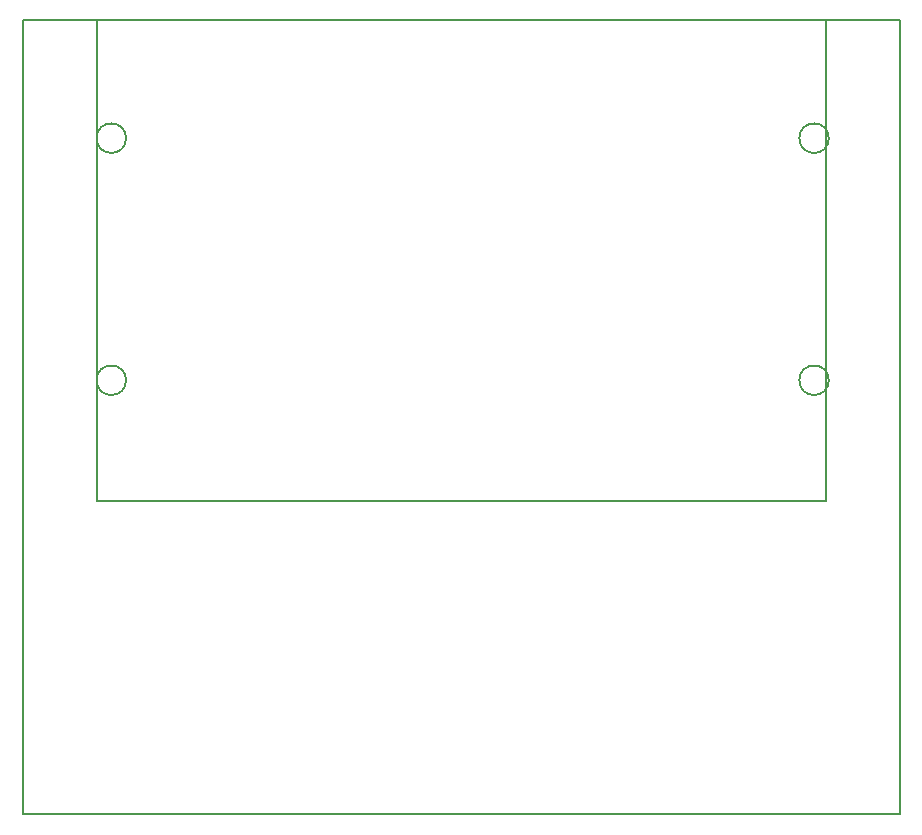
<source format=gbr>
G04 GERBER ASCII OUTPUT FROM: EDWIN 2000 (VER. 1.1 REV. 20011025)*
G04 GERBER FORMAT: RX-274-X*
G04 BOARD: SMART_APP_BOARD*
G04 ARTWORK OF SOLD.PRINT POSITIVE*
%ASAXBY*%
%FSLAX24Y24*%
%MIA0B0*%
%MOIN*%
%OFA0.0000B0.0000*%
%SFA1B1*%
%IJA0B0*%
%INLAYER31POS*%
%IOA0B0*%
%IPPOS*%
%IR0*%
G04 APERTURE MACROS*
%AMEDWDONUT*
1,1,$1,$2,$3*
1,0,$4,$2,$3*
%
%AMEDWFRECT*
2,1,$1,$2,$3,$4,$5,$6*
%
%AMEDWORECT*
2,1,$1,$2,$3,$4,$5,$10*
2,1,$1,$4,$5,$6,$7,$10*
2,1,$1,$6,$7,$8,$9,$10*
2,1,$1,$8,$9,$2,$3,$10*
1,1,$1,$2,$3*
1,1,$1,$4,$5*
1,1,$1,$6,$7*
1,1,$1,$8,$9*
%
%AMEDWLINER*
2,1,$1,$2,$3,$4,$5,$6*
1,1,$1,$2,$3*
1,1,$1,$4,$5*
%
%AMEDWFTRNG*
4,1,3,$1,$2,$3,$4,$5,$6,$7,$8,$9*
%
%AMEDWATRNG*
4,1,3,$1,$2,$3,$4,$5,$6,$7,$8,$9*
2,1,$11,$1,$2,$3,$4,$10*
2,1,$11,$3,$4,$5,$6,$10*
2,1,$11,$5,$6,$7,$8,$10*
1,1,$11,$3,$4*
1,1,$11,$5,$6*
1,1,$11,$7,$8*
%
%AMEDWOTRNG*
2,1,$1,$2,$3,$4,$5,$8*
2,1,$1,$4,$5,$6,$7,$8*
2,1,$1,$6,$7,$2,$3,$8*
1,1,$1,$2,$3*
1,1,$1,$4,$5*
1,1,$1,$6,$7*
%
G04*
G04 APERTURE LIST*
%ADD10R,0.0650X0.0700*%
%ADD11R,0.0890X0.0940*%
%ADD12R,0.0550X0.0600*%
%ADD13R,0.0790X0.0840*%
%ADD14R,0.0900X0.0350*%
%ADD15R,0.1140X0.0590*%
%ADD16R,0.0800X0.0250*%
%ADD17R,0.1040X0.0490*%
%ADD18R,0.0350X0.0900*%
%ADD19R,0.0590X0.1140*%
%ADD20R,0.0250X0.0800*%
%ADD21R,0.0490X0.1040*%
%ADD22R,0.0700X0.0650*%
%ADD23R,0.0940X0.0890*%
%ADD24R,0.0600X0.0550*%
%ADD25R,0.0840X0.0790*%
%ADD26R,0.0700X0.0700*%
%ADD27R,0.0940X0.0940*%
%ADD28R,0.0600X0.0600*%
%ADD29R,0.0840X0.0840*%
%ADD30R,0.0570X0.0970*%
%ADD31R,0.0810X0.1210*%
%ADD32R,0.0470X0.0870*%
%ADD33R,0.0710X0.1110*%
%ADD34R,0.1520X0.0970*%
%ADD35R,0.1760X0.1210*%
%ADD36R,0.1420X0.0870*%
%ADD37R,0.1660X0.1110*%
%ADD38R,0.0760X0.0760*%
%ADD39R,0.1000X0.1000*%
%ADD40R,0.0800X0.0800*%
%ADD41R,0.1040X0.1040*%
%ADD42EDWFRECT,0.0800X0.03999X-0.0007X-0.03999X0.0007X0.0000*%
%ADD43EDWFRECT,0.0800X0.03999X0.0007X-0.03999X-0.0007X0.0000*%
%ADD44EDWFRECT,0.1040X0.05199X-0.00091X-0.05199X0.00091X0.0000*%
%ADD45EDWFRECT,0.1040X0.05199X0.00091X-0.05199X-0.00091X0.0000*%
%ADD46EDWFRECT,0.0700X0.03499X-0.00061X-0.03499X0.00061X0.0000*%
%ADD47EDWFRECT,0.0700X0.03499X0.00061X-0.03499X-0.00061X0.0000*%
%ADD48EDWFRECT,0.0940X0.04699X-0.00082X-0.04699X0.00082X0.0000*%
%ADD49EDWFRECT,0.0940X0.04699X0.00082X-0.04699X-0.00082X0.0000*%
%ADD50R,0.0580X0.0500*%
%ADD51R,0.0820X0.0740*%
%ADD52R,0.0480X0.0400*%
%ADD53R,0.0720X0.0640*%
%ADD54R,0.0500X0.0580*%
%ADD55R,0.0740X0.0820*%
%ADD56R,0.0400X0.0480*%
%ADD57R,0.0640X0.0720*%
%ADD58R,0.0900X0.0900*%
%ADD59R,0.1140X0.1140*%
%ADD60C,0.0010*%
%ADD62C,0.0020*%
%ADD63R,0.0020X0.0020*%
%ADD64C,0.0030*%
%ADD65R,0.0030X0.0030*%
%ADD66C,0.0040*%
%ADD67R,0.0040X0.0040*%
%ADD68C,0.0050*%
%ADD69R,0.0050X0.0050*%
%ADD70C,0.00787*%
%ADD71R,0.00787X0.00787*%
%ADD72C,0.0080*%
%ADD74C,0.00894*%
%ADD76C,0.00984*%
%ADD77R,0.00984X0.00984*%
%ADD78C,0.0120*%
%ADD80C,0.01287*%
%ADD82C,0.01299*%
%ADD84C,0.0130*%
%ADD86C,0.01969*%
%ADD87R,0.01969X0.01969*%
%ADD88C,0.0200*%
%ADD90C,0.0290*%
%ADD92C,0.0320*%
%ADD94C,0.03294*%
%ADD96C,0.03295*%
%ADD98C,0.03384*%
%ADD100C,0.0360*%
%ADD102C,0.03687*%
%ADD104C,0.03699*%
%ADD106C,0.0370*%
%ADD108C,0.03937*%
%ADD109R,0.03937X0.03937*%
%ADD110C,0.04331*%
%ADD112C,0.0440*%
%ADD114C,0.0500*%
%ADD115R,0.0500X0.0500*%
%ADD116C,0.0560*%
%ADD117R,0.0560X0.0560*%
%ADD118C,0.05906*%
%ADD119R,0.05906X0.05906*%
%ADD120C,0.0600*%
%ADD121R,0.0600X0.0600*%
%ADD122C,0.0620*%
%ADD124C,0.0652*%
%ADD125R,0.0652X0.0652*%
%ADD126C,0.0660*%
%ADD127R,0.0660X0.0660*%
%ADD128C,0.06693*%
%ADD129R,0.06693X0.06693*%
%ADD130C,0.06906*%
%ADD131R,0.06906X0.06906*%
%ADD132C,0.0700*%
%ADD133R,0.0700X0.0700*%
%ADD134C,0.07087*%
%ADD135R,0.07087X0.07087*%
%ADD136C,0.0760*%
%ADD138C,0.0800*%
%ADD140C,0.08306*%
%ADD142C,0.0840*%
%ADD143R,0.0840X0.0840*%
%ADD144C,0.0860*%
%ADD146C,0.0880*%
%ADD147R,0.0880X0.0880*%
%ADD148C,0.0892*%
%ADD149R,0.0892X0.0892*%
%ADD150C,0.0940*%
%ADD151R,0.0940X0.0940*%
%ADD152C,0.09487*%
%ADD153R,0.09487X0.09487*%
%ADD154C,0.0960*%
%ADD156C,0.1000*%
%ADD158C,0.1040*%
%ADD160C,0.10488*%
%ADD161R,0.10488X0.10488*%
%ADD162C,0.10772*%
%ADD163R,0.10772X0.10772*%
%ADD164C,0.1100*%
%ADD166C,0.1100*%
%ADD168C,0.1120*%
%ADD170C,0.11339*%
%ADD171R,0.11339X0.11339*%
%ADD172C,0.11622*%
%ADD173R,0.11622X0.11622*%
%ADD174C,0.1200*%
%ADD176C,0.12472*%
%ADD177R,0.12472X0.12472*%
%ADD178C,0.12756*%
%ADD179R,0.12756X0.12756*%
%ADD180C,0.12888*%
%ADD181R,0.12888X0.12888*%
%ADD182C,0.1300*%
%ADD184C,0.13039*%
%ADD185R,0.13039X0.13039*%
%ADD186C,0.13172*%
%ADD187R,0.13172X0.13172*%
%ADD188C,0.13323*%
%ADD189R,0.13323X0.13323*%
%ADD190C,0.13739*%
%ADD191R,0.13739X0.13739*%
%ADD192C,0.1389*%
%ADD193R,0.1389X0.1389*%
%ADD194C,0.1400*%
%ADD196C,0.14022*%
%ADD197R,0.14022X0.14022*%
%ADD198C,0.1474*%
%ADD199R,0.1474X0.1474*%
%ADD200C,0.14872*%
%ADD201R,0.14872X0.14872*%
%ADD202C,0.1500*%
%ADD204C,0.15156*%
%ADD205R,0.15156X0.15156*%
%ADD206C,0.1540*%
%ADD208C,0.15439*%
%ADD209R,0.15439X0.15439*%
%ADD210C,0.15723*%
%ADD211R,0.15723X0.15723*%
%ADD212C,0.15748*%
%ADD214C,0.1629*%
%ADD215R,0.1629X0.1629*%
%ADD216C,0.1640*%
%ADD218C,0.1714*%
%ADD219R,0.1714X0.1714*%
%ADD220C,0.18709*%
%ADD221R,0.18709X0.18709*%
%ADD222C,0.19685*%
%ADD225R,0.20409X0.20409*%
%ADD227R,0.20693X0.20693*%
%ADD229R,0.20976X0.20976*%
%ADD231R,0.21109X0.21109*%
%ADD233R,0.22677X0.22677*%
%ADD235R,0.22809X0.22809*%
%ADD237R,0.23093X0.23093*%
%ADD239R,0.23376X0.23376*%
%ADD241R,0.24094X0.24094*%
%ADD243R,0.24661X0.24661*%
%ADD245R,0.25077X0.25077*%
%ADD247R,0.25228X0.25228*%
%ADD249R,0.25512X0.25512*%
%ADD251R,0.26494X0.26494*%
%ADD253R,0.27061X0.27061*%
%ADD255R,0.27213X0.27213*%
%ADD257R,0.27628X0.27628*%
%ADD259R,0.27912X0.27912*%
%ADD261R,0.28346X0.28346*%
%ADD263R,0.2948X0.2948*%
%ADD265R,0.29613X0.29613*%
%ADD267R,0.30746X0.30746*%
%ADD269R,0.31181X0.31181*%
%ADD271R,0.3188X0.3188*%
%ADD273R,0.32031X0.32031*%
%ADD275R,0.32598X0.32598*%
%ADD277R,0.33581X0.33581*%
%ADD279R,0.33732X0.33732*%
%ADD281R,0.34431X0.34431*%
%ADD283R,0.34539X0.34539*%
%ADD285R,0.34583X0.34583*%
%ADD287R,0.34998X0.34998*%
%ADD289R,0.3515X0.3515*%
%ADD291R,0.36132X0.36132*%
%ADD293R,0.36939X0.36939*%
%ADD295R,0.36983X0.36983*%
%ADD297R,0.37417X0.37417*%
%ADD299R,0.3755X0.3755*%
%ADD301R,0.38835X0.38835*%
%ADD303R,0.39402X0.39402*%
%ADD305R,0.39817X0.39817*%
%ADD307R,0.39969X0.39969*%
%ADD309R,0.41235X0.41235*%
%ADD311R,0.41669X0.41669*%
%ADD313R,0.41802X0.41802*%
%ADD315R,0.42236X0.42236*%
%ADD317R,0.42369X0.42369*%
%ADD319R,0.44069X0.44069*%
%ADD321R,0.44636X0.44636*%
%ADD323R,0.46488X0.46488*%
%ADD325R,0.47339X0.47339*%
%ADD327R,0.48472X0.48472*%
%ADD329R,0.48888X0.48888*%
%ADD331R,0.49739X0.49739*%
%ADD333R,0.50872X0.50872*%
%ADD335R,0.52157X0.52157*%
%ADD337R,0.53291X0.53291*%
%ADD339R,0.54425X0.54425*%
%ADD341R,0.54557X0.54557*%
%ADD343R,0.55691X0.55691*%
%ADD345R,0.56409X0.56409*%
%ADD347R,0.56825X0.56825*%
%ADD349R,0.58809X0.58809*%
%ADD351R,0.7200X0.7200*%
%ADD353R,0.72567X0.72567*%
%ADD355R,0.7440X0.7440*%
%ADD357R,0.74967X0.74967*%
%ADD359R,0.81638X0.81638*%
%ADD361R,0.84038X0.84038*%
%ADD363R,0.88441X0.88441*%
%ADD365R,0.90841X0.90841*%
%ADD367R,0.9411X0.9411*%
%ADD369R,0.9651X0.9651*%
%ADD371R,0.99496X0.99496*%
%ADD373R,1.01896X1.01896*%
%ADD375R,1.28693X1.28693*%
%ADD377R,1.28976X1.28976*%
%ADD379R,1.29543X1.29543*%
%ADD381R,1.31093X1.31093*%
%ADD383R,1.31376X1.31376*%
%ADD385R,1.31943X1.31943*%
%ADD386C,1.41943*%
%ADD387R,1.41943X1.41943*%
%ADD388C,1.51943*%
%ADD389R,1.51943X1.51943*%
%ADD390C,1.61943*%
%ADD391R,1.61943X1.61943*%
%ADD392C,1.71943*%
%ADD393R,1.71943X1.71943*%
%ADD394C,1.81943*%
%ADD395R,1.81943X1.81943*%
%ADD396C,1.91943*%
%ADD397R,1.91943X1.91943*%
G04*
D68* 
X0Y0D02*
X0Y26476D01*
X29232Y26476D01*
X29232Y0D01*
X0Y0D01*
X26772Y10433D02*
X2461Y10433D01*
X2461Y26476D01*
X26772Y26476D01*
X26772Y10433D01*
G75*
G01X3445Y22539D02*
G03X3445Y22539I-492J0D01*
G01*
G75*
G01X3445Y14469D02*
G03X3445Y14469I-492J0D01*
G01*
G75*
G01X26870Y22539D02*
G03X26870Y22539I-492J0D01*
G01*
G75*
G01X26870Y14469D02*
G03X26870Y14469I-492J0D01*
G01*
M02*

</source>
